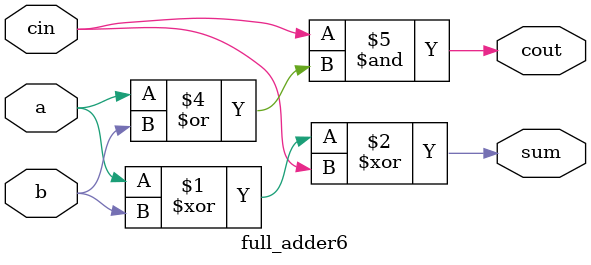
<source format=v>
module full_adder6(a,b,cin,sum,cout);
input a,b,cin;
output sum,cout;
assign sum = a^b^cin;
assign cout = a&1'b0|cin&(a|b); 
// initial begin
//     $display("The incorrect adder with and0 having in2/0");
// end   
endmodule
</source>
